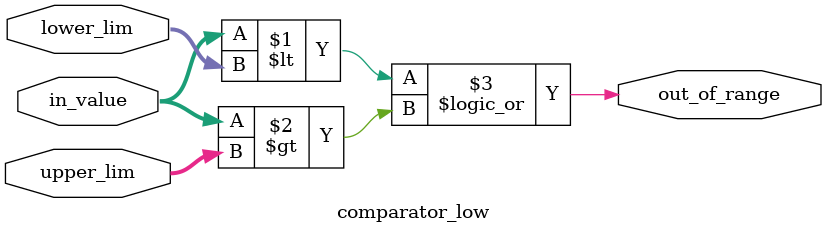
<source format=sv>
module range_detector_active_low(
    input wire clock, reset,
    input wire [7:0] value,
    input wire [7:0] range_low, range_high,
    output reg range_valid_n
);
    wire comp_result_n;
    
    comparator_low comp1 (
        .in_value(value),
        .lower_lim(range_low),
        .upper_lim(range_high),
        .out_of_range(comp_result_n)
    );
    
    always @(posedge clock) begin
        if (reset) range_valid_n <= 1'b1;
        else range_valid_n <= comp_result_n;
    end
endmodule

// 添加缺失的comparator_low模块
module comparator_low(
    input wire [7:0] in_value,
    input wire [7:0] lower_lim,
    input wire [7:0] upper_lim,
    output wire out_of_range
);
    assign out_of_range = (in_value < lower_lim) || (in_value > upper_lim);
endmodule
</source>
